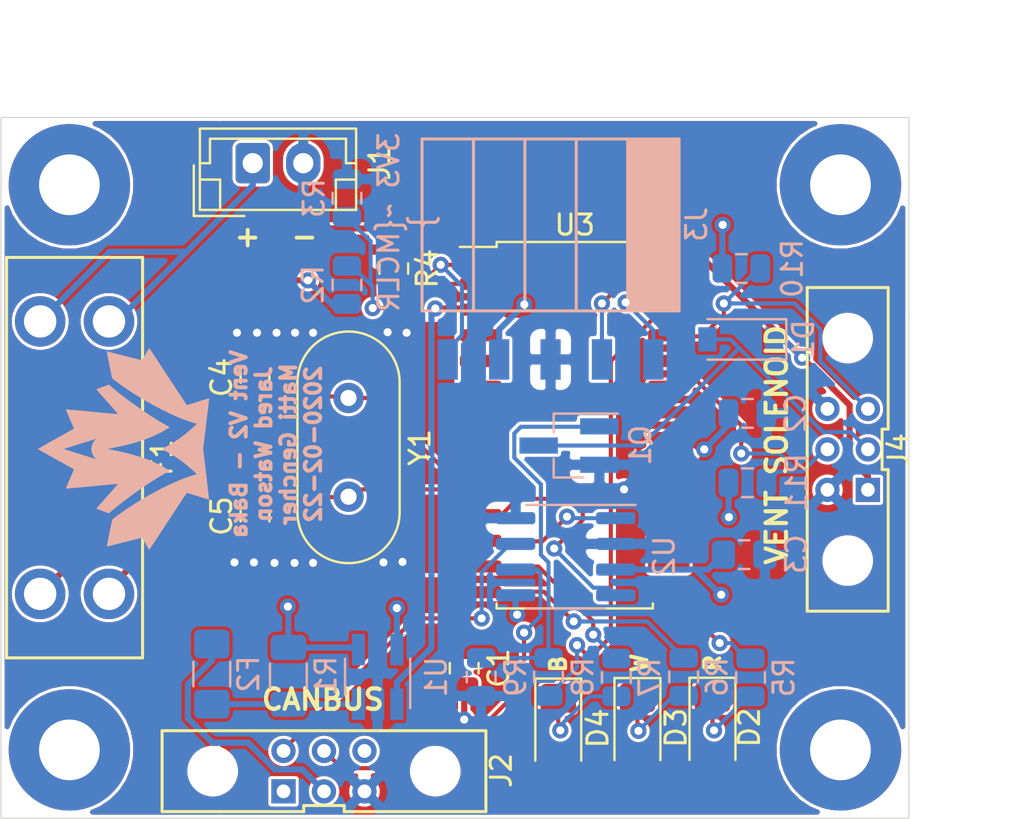
<source format=kicad_pcb>
(kicad_pcb (version 20171130) (host pcbnew "(5.1.4)-1")
  (layers (0 F.Cu signal) (31 B.Cu signal) (34 B.Paste user) (35 F.Paste user) (36 B.SilkS user) (37 F.SilkS user) (38 B.Mask user) (39 F.Mask user) (44 Edge.Cuts user))
  (net 0 "")
  (net 1 +5V)
  (net 2 GND)
  (net 3 /MCU/OSC1)
  (net 4 /MCU/OSC2)
  (net 5 "/Valve Control/RELAY-")
  (net 6 +12V)
  (net 7 "Net-(D2-Pad1)")
  (net 8 "Net-(D3-Pad1)")
  (net 9 "Net-(D4-Pad1)")
  (net 10 "Net-(F1-Pad2)")
  (net 11 "Net-(F2-Pad2)")
  (net 12 "Net-(F2-Pad1)")
  (net 13 CANH)
  (net 14 CANL)
  (net 15 "Net-(J2-Pad1)")
  (net 16 /MCU/~MCLR)
  (net 17 /MCU/ICSPDAT)
  (net 18 /MCU/ICSPCLK)
  (net 19 /MCU/LIMIT_CLOSE)
  (net 20 /MCU/LIMIT_OPEN)
  (net 21 "Net-(Q1-Pad1)")
  (net 22 /MCU/VBAT)
  (net 23 "Net-(R5-Pad2)")
  (net 24 "Net-(R6-Pad2)")
  (net 25 "Net-(R7-Pad2)")
  (net 26 /MCU/CURR_AMP)
  (net 27 /MCU/CAN_RX)
  (net 28 /MCU/CAN_TX)
  (net 29 /MCU/VALVE_CONTROL)
  (net 30 "Net-(U3-Pad23)")
  (net 31 "Net-(U3-Pad22)")
  (net 32 "Net-(U3-Pad21)")
  (net 33 "Net-(U3-Pad18)")
  (net 34 "Net-(U3-Pad17)")
  (net 35 "Net-(U3-Pad16)")
  (net 36 "Net-(U3-Pad7)")
  (net 37 "Net-(U3-Pad6)")
  (net 38 "Net-(U3-Pad5)")
  (net 39 "Net-(U3-Pad4)")
  (module MountingHole:MountingHole_3mm_Pad (layer F.Cu) (at 109.22 104.14)
    (fp_text reference REF**)
    (fp_text value MountingHole_3mm_Pad)
    (pad 1 thru_hole circle (at 0 0) (size 6 6) (drill 3) (layers *.Cu *.Mask))
  )
  (module Resistor_SMD:R_0805_2012Metric (layer B.Cu) (at 122.936 104.7981 90)
    (fp_text reference R3 (at -0.0023 -1.6256 270) (layer B.SilkS) (effects (justify mirror)))
    (fp_text value 10K)
    (pad 2 smd roundrect (at 0.9375 0 90) (size 0.975 1.4) (layers B.Cu B.Paste B.Mask) (net 2 GND))
    (pad 1 smd roundrect (at -0.9375 0 90) (size 0.975 1.4) (layers B.Cu B.Paste B.Mask) (net 22 /MCU/VBAT))
  )
  (module canhw_footprints:Fuseholder_36-3557-15-ND (layer F.Cu) (at 109.4758 117.6314 270)
    (fp_text reference F1 (at 0 -4.3162 90) (layer F.SilkS))
    (fp_text value 10A)
    (pad 2 thru_hole circle (at -6.735 1.7 270) (size 2.5 2.5) (drill 1.6) (layers *.Cu *.Mask) (net 10 "Net-(F1-Pad2)"))
    (pad 2 thru_hole circle (at -6.735 -1.7 270) (size 2.5 2.5) (drill 1.6) (layers *.Cu *.Mask) (net 10 "Net-(F1-Pad2)"))
    (pad 1 thru_hole circle (at 6.735 -1.7 270) (size 2.5 2.5) (drill 1.6) (layers *.Cu *.Mask) (net 6 +12V))
    (pad 1 thru_hole circle (at 6.735 1.7 270) (size 2.5 2.5) (drill 1.6) (layers *.Cu *.Mask) (net 6 +12V))
  )
  (module team_logo:Logo_SilkScreen_10mm (layer B.Cu) (at 111.887 117.1956 270)
    (fp_text reference G*** hide)
    (fp_text value LOGO hide)
  )
  (module Package_TO_SOT_SMD:SOT-23_Handsoldering (layer B.Cu) (at 133.9074 117.033 180)
    (fp_text reference Q1 (at -3.532 0.0152 270) (layer B.SilkS) (effects (justify mirror)))
    (fp_text value Q_NMOS_GSD)
    (pad 3 smd rect (at 1.5 0 180) (size 1.9 0.8) (layers B.Cu B.Paste B.Mask) (net 5 "/Valve Control/RELAY-"))
    (pad 2 smd rect (at -1.5 -0.95 180) (size 1.9 0.8) (layers B.Cu B.Paste B.Mask) (net 2 GND))
    (pad 1 smd rect (at -1.5 0.95 180) (size 1.9 0.8) (layers B.Cu B.Paste B.Mask) (net 21 "Net-(Q1-Pad1)"))
  )
  (module MountingHole:MountingHole_3mm_Pad (layer F.Cu) (at 147.32 104.14)
    (fp_text reference REF**)
    (fp_text value MountingHole_3mm_Pad)
    (pad 1 thru_hole circle (at 0 0) (size 6 6) (drill 3) (layers *.Cu *.Mask))
  )
  (module MountingHole:MountingHole_3mm_Pad (layer F.Cu) (at 147.32 132.08)
    (fp_text reference REF**)
    (fp_text value MountingHole_3mm_Pad)
    (pad 1 thru_hole circle (at 0 0) (size 6 6) (drill 3) (layers *.Cu *.Mask))
  )
  (module MountingHole:MountingHole_3mm_Pad (layer F.Cu) (at 109.22 132.08)
    (fp_text reference REF**)
    (fp_text value MountingHole_3mm_Pad)
    (pad 1 thru_hole circle (at 0 0) (size 6 6) (drill 3) (layers *.Cu *.Mask))
  )
  (module Crystal:Crystal_HC49-4H_Vertical (layer F.Cu) (at 123.0122 114.681 270)
    (fp_text reference Y1 (at 2.44 -3.525 90) (layer F.SilkS))
    (fp_text value Crystal)
    (pad 2 thru_hole circle (at 4.88 0 270) (size 1.5 1.5) (drill 0.8) (layers *.Cu *.Mask) (net 4 /MCU/OSC2))
    (pad 1 thru_hole circle (at 0 0 270) (size 1.5 1.5) (drill 0.8) (layers *.Cu *.Mask) (net 3 /MCU/OSC1))
  )
  (module Package_SO:SOIC-28W_7.5x17.9mm_P1.27mm (layer F.Cu) (at 134.19 116.0272)
    (fp_text reference U3 (at 0 -9.9) (layer F.SilkS))
    (fp_text value PIC18F26K83)
    (pad 28 smd roundrect (at 4.65 -8.255) (size 2.05 0.6) (layers F.Cu F.Paste F.Mask) (net 17 /MCU/ICSPDAT))
    (pad 27 smd roundrect (at 4.65 -6.985) (size 2.05 0.6) (layers F.Cu F.Paste F.Mask) (net 18 /MCU/ICSPCLK))
    (pad 26 smd roundrect (at 4.65 -5.715) (size 2.05 0.6) (layers F.Cu F.Paste F.Mask) (net 29 /MCU/VALVE_CONTROL))
    (pad 25 smd roundrect (at 4.65 -4.445) (size 2.05 0.6) (layers F.Cu F.Paste F.Mask) (net 20 /MCU/LIMIT_OPEN))
    (pad 24 smd roundrect (at 4.65 -3.175) (size 2.05 0.6) (layers F.Cu F.Paste F.Mask) (net 19 /MCU/LIMIT_CLOSE))
    (pad 23 smd roundrect (at 4.65 -1.905) (size 2.05 0.6) (layers F.Cu F.Paste F.Mask) (net 30 "Net-(U3-Pad23)"))
    (pad 22 smd roundrect (at 4.65 -0.635) (size 2.05 0.6) (layers F.Cu F.Paste F.Mask) (net 31 "Net-(U3-Pad22)"))
    (pad 21 smd roundrect (at 4.65 0.635) (size 2.05 0.6) (layers F.Cu F.Paste F.Mask) (net 32 "Net-(U3-Pad21)"))
    (pad 20 smd roundrect (at 4.65 1.905) (size 2.05 0.6) (layers F.Cu F.Paste F.Mask) (net 1 +5V))
    (pad 19 smd roundrect (at 4.65 3.175) (size 2.05 0.6) (layers F.Cu F.Paste F.Mask) (net 2 GND))
    (pad 18 smd roundrect (at 4.65 4.445) (size 2.05 0.6) (layers F.Cu F.Paste F.Mask) (net 33 "Net-(U3-Pad18)"))
    (pad 17 smd roundrect (at 4.65 5.715) (size 2.05 0.6) (layers F.Cu F.Paste F.Mask) (net 34 "Net-(U3-Pad17)"))
    (pad 16 smd roundrect (at 4.65 6.985) (size 2.05 0.6) (layers F.Cu F.Paste F.Mask) (net 35 "Net-(U3-Pad16)"))
    (pad 15 smd roundrect (at 4.65 8.255) (size 2.05 0.6) (layers F.Cu F.Paste F.Mask) (net 23 "Net-(R5-Pad2)"))
    (pad 14 smd roundrect (at -4.65 8.255) (size 2.05 0.6) (layers F.Cu F.Paste F.Mask) (net 24 "Net-(R6-Pad2)"))
    (pad 13 smd roundrect (at -4.65 6.985) (size 2.05 0.6) (layers F.Cu F.Paste F.Mask) (net 25 "Net-(R7-Pad2)"))
    (pad 12 smd roundrect (at -4.65 5.715) (size 2.05 0.6) (layers F.Cu F.Paste F.Mask) (net 28 /MCU/CAN_TX))
    (pad 11 smd roundrect (at -4.65 4.445) (size 2.05 0.6) (layers F.Cu F.Paste F.Mask) (net 27 /MCU/CAN_RX))
    (pad 10 smd roundrect (at -4.65 3.175) (size 2.05 0.6) (layers F.Cu F.Paste F.Mask) (net 4 /MCU/OSC2))
    (pad 9 smd roundrect (at -4.65 1.905) (size 2.05 0.6) (layers F.Cu F.Paste F.Mask) (net 3 /MCU/OSC1))
    (pad 8 smd roundrect (at -4.65 0.635) (size 2.05 0.6) (layers F.Cu F.Paste F.Mask) (net 2 GND))
    (pad 7 smd roundrect (at -4.65 -0.635) (size 2.05 0.6) (layers F.Cu F.Paste F.Mask) (net 36 "Net-(U3-Pad7)"))
    (pad 6 smd roundrect (at -4.65 -1.905) (size 2.05 0.6) (layers F.Cu F.Paste F.Mask) (net 37 "Net-(U3-Pad6)"))
    (pad 5 smd roundrect (at -4.65 -3.175) (size 2.05 0.6) (layers F.Cu F.Paste F.Mask) (net 38 "Net-(U3-Pad5)"))
    (pad 4 smd roundrect (at -4.65 -4.445) (size 2.05 0.6) (layers F.Cu F.Paste F.Mask) (net 39 "Net-(U3-Pad4)"))
    (pad 3 smd roundrect (at -4.65 -5.715) (size 2.05 0.6) (layers F.Cu F.Paste F.Mask) (net 26 /MCU/CURR_AMP))
    (pad 2 smd roundrect (at -4.65 -6.985) (size 2.05 0.6) (layers F.Cu F.Paste F.Mask) (net 22 /MCU/VBAT))
    (pad 1 smd roundrect (at -4.65 -8.255) (size 2.05 0.6) (layers F.Cu F.Paste F.Mask) (net 16 /MCU/~MCLR))
  )
  (module Package_SO:SOIC-8_3.9x4.9mm_P1.27mm (layer B.Cu) (at 133.7422 122.5296 180)
    (fp_text reference U2 (at -4.8656 0.0254 90) (layer B.SilkS) (effects (justify mirror)))
    (fp_text value MCP2562)
    (pad 8 smd roundrect (at 2.475 1.905 180) (size 1.95 0.6) (layers B.Cu B.Paste B.Mask) (net 2 GND))
    (pad 7 smd roundrect (at 2.475 0.635 180) (size 1.95 0.6) (layers B.Cu B.Paste B.Mask) (net 13 CANH))
    (pad 6 smd roundrect (at 2.475 -0.635 180) (size 1.95 0.6) (layers B.Cu B.Paste B.Mask) (net 14 CANL))
    (pad 5 smd roundrect (at 2.475 -1.905 180) (size 1.95 0.6) (layers B.Cu B.Paste B.Mask) (net 1 +5V))
    (pad 4 smd roundrect (at -2.475 -1.905 180) (size 1.95 0.6) (layers B.Cu B.Paste B.Mask) (net 27 /MCU/CAN_RX))
    (pad 3 smd roundrect (at -2.475 -0.635 180) (size 1.95 0.6) (layers B.Cu B.Paste B.Mask) (net 1 +5V))
    (pad 2 smd roundrect (at -2.475 0.635 180) (size 1.95 0.6) (layers B.Cu B.Paste B.Mask) (net 2 GND))
    (pad 1 smd roundrect (at -2.475 1.905 180) (size 1.95 0.6) (layers B.Cu B.Paste B.Mask) (net 28 /MCU/CAN_TX))
  )
  (module Package_TO_SOT_SMD:SOT-23-5_HandSoldering (layer B.Cu) (at 124.4498 128.4694 90)
    (fp_text reference U1 (at 0 2.9 270) (layer B.SilkS) (effects (justify mirror)))
    (fp_text value INA180)
    (pad 5 smd rect (at 1.35 0.95 90) (size 1.56 0.65) (layers B.Cu B.Paste B.Mask) (net 1 +5V))
    (pad 4 smd rect (at 1.35 -0.95 90) (size 1.56 0.65) (layers B.Cu B.Paste B.Mask) (net 1 +5V))
    (pad 3 smd rect (at -1.35 -0.95 90) (size 1.56 0.65) (layers B.Cu B.Paste B.Mask) (net 12 "Net-(F2-Pad1)"))
    (pad 2 smd rect (at -1.35 0 90) (size 1.56 0.65) (layers B.Cu B.Paste B.Mask) (net 2 GND))
    (pad 1 smd rect (at -1.35 0.95 90) (size 1.56 0.65) (layers B.Cu B.Paste B.Mask) (net 26 /MCU/CURR_AMP))
  )
  (module Resistor_SMD:R_0805_2012Metric (layer B.Cu) (at 142.7249 118.872)
    (fp_text reference R11 (at 2.4361 0 90) (layer B.SilkS) (effects (justify mirror)))
    (fp_text value 10K)
    (pad 2 smd roundrect (at 0.9375 0) (size 0.975 1.4) (layers B.Cu B.Paste B.Mask) (net 19 /MCU/LIMIT_CLOSE))
    (pad 1 smd roundrect (at -0.9375 0) (size 0.975 1.4) (layers B.Cu B.Paste B.Mask) (net 1 +5V))
  )
  (module Resistor_SMD:R_0805_2012Metric (layer B.Cu) (at 142.4201 108.2802)
    (fp_text reference R10 (at 2.5146 0 90) (layer B.SilkS) (effects (justify mirror)))
    (fp_text value 10K)
    (pad 2 smd roundrect (at 0.9375 0) (size 0.975 1.4) (layers B.Cu B.Paste B.Mask) (net 20 /MCU/LIMIT_OPEN))
    (pad 1 smd roundrect (at -0.9375 0) (size 0.975 1.4) (layers B.Cu B.Paste B.Mask) (net 1 +5V))
  )
  (module Resistor_SMD:R_0805_2012Metric (layer B.Cu) (at 129.5654 128.4755 270)
    (fp_text reference R9 (at 0.0023 -1.7018 90) (layer B.SilkS) (effects (justify mirror)))
    (fp_text value 10K)
    (pad 2 smd roundrect (at 0.9375 0 270) (size 0.975 1.4) (layers B.Cu B.Paste B.Mask) (net 2 GND))
    (pad 1 smd roundrect (at -0.9375 0 270) (size 0.975 1.4) (layers B.Cu B.Paste B.Mask) (net 21 "Net-(Q1-Pad1)"))
  )
  (module Resistor_SMD:R_0805_2012Metric (layer B.Cu) (at 132.8928 128.4755 270)
    (fp_text reference R8 (at 0 -1.7018 90) (layer B.SilkS) (effects (justify mirror)))
    (fp_text value 270R)
    (pad 2 smd roundrect (at 0.9375 0 270) (size 0.975 1.4) (layers B.Cu B.Paste B.Mask) (net 29 /MCU/VALVE_CONTROL))
    (pad 1 smd roundrect (at -0.9375 0 270) (size 0.975 1.4) (layers B.Cu B.Paste B.Mask) (net 21 "Net-(Q1-Pad1)"))
  )
  (module Resistor_SMD:R_0805_2012Metric (layer B.Cu) (at 136.2456 128.4986 90)
    (fp_text reference R7 (at 0 1.65 270) (layer B.SilkS) (effects (justify mirror)))
    (fp_text value 330R)
    (pad 2 smd roundrect (at 0.9375 0 90) (size 0.975 1.4) (layers B.Cu B.Paste B.Mask) (net 25 "Net-(R7-Pad2)"))
    (pad 1 smd roundrect (at -0.9375 0 90) (size 0.975 1.4) (layers B.Cu B.Paste B.Mask) (net 9 "Net-(D4-Pad1)"))
  )
  (module Resistor_SMD:R_0805_2012Metric (layer B.Cu) (at 139.573 128.4732 90)
    (fp_text reference R6 (at 0 1.65 270) (layer B.SilkS) (effects (justify mirror)))
    (fp_text value 330R)
    (pad 2 smd roundrect (at 0.9375 0 90) (size 0.975 1.4) (layers B.Cu B.Paste B.Mask) (net 24 "Net-(R6-Pad2)"))
    (pad 1 smd roundrect (at -0.9375 0 90) (size 0.975 1.4) (layers B.Cu B.Paste B.Mask) (net 8 "Net-(D3-Pad1)"))
  )
  (module Resistor_SMD:R_0805_2012Metric (layer B.Cu) (at 142.875 128.4963 90)
    (fp_text reference R5 (at 0 1.65 270) (layer B.SilkS) (effects (justify mirror)))
    (fp_text value 330R)
    (pad 2 smd roundrect (at 0.9375 0 90) (size 0.975 1.4) (layers B.Cu B.Paste B.Mask) (net 23 "Net-(R5-Pad2)"))
    (pad 1 smd roundrect (at -0.9375 0 90) (size 0.975 1.4) (layers B.Cu B.Paste B.Mask) (net 7 "Net-(D2-Pad1)"))
  )
  (module Resistor_SMD:R_0805_2012Metric (layer F.Cu) (at 125.2474 108.2825 270)
    (fp_text reference R4 (at 0 -1.65 90) (layer F.SilkS))
    (fp_text value 10K)
    (pad 1 smd roundrect (at -0.9375 0 270) (size 0.975 1.4) (layers F.Cu F.Paste F.Mask) (net 1 +5V))
    (pad 2 smd roundrect (at 0.9375 0 270) (size 0.975 1.4) (layers F.Cu F.Paste F.Mask) (net 16 /MCU/~MCLR))
  )
  (module Resistor_SMD:R_0805_2012Metric (layer B.Cu) (at 122.936 109.0907 90)
    (fp_text reference R2 (at -0.0023 -1.6764 90) (layer B.SilkS) (effects (justify mirror)))
    (fp_text value 27K)
    (pad 2 smd roundrect (at 0.9375 0 90) (size 0.975 1.4) (layers B.Cu B.Paste B.Mask) (net 22 /MCU/VBAT))
    (pad 1 smd roundrect (at -0.9375 0 90) (size 0.975 1.4) (layers B.Cu B.Paste B.Mask) (net 6 +12V))
  )
  (module Resistor_SMD:R_1206_3216Metric (layer B.Cu) (at 120.0404 128.4194 270)
    (fp_text reference R1 (at -0.003 -1.8542 90) (layer B.SilkS) (effects (justify mirror)))
    (fp_text value 200mR)
    (pad 2 smd roundrect (at 1.4 0 270) (size 1.25 1.75) (layers B.Cu B.Paste B.Mask) (roundrect_rratio 0.2) (net 12 "Net-(F2-Pad1)"))
    (pad 1 smd roundrect (at -1.4 0 270) (size 1.25 1.75) (layers B.Cu B.Paste B.Mask) (roundrect_rratio 0.2) (net 1 +5V))
  )
  (module canhw_footprints:connector_Harwin_M80-5000642 (layer F.Cu) (at 147.6756 117.221 90)
    (fp_text reference J4 (at -0.0508 2.5146 90) (layer F.SilkS))
    (fp_text value "Valve Connection")
    (pad "" np_thru_hole circle (at -5.5 0 90) (size 2.2 2.2) (drill 2.2) (layers *.Cu *.Mask))
    (pad "" np_thru_hole circle (at 5.5 0 90) (size 2.2 2.2) (drill 2.2) (layers *.Cu *.Mask))
    (pad 4 thru_hole circle (at -2 -1 90) (size 1.2 1.2) (drill 0.68) (layers *.Cu *.Mask) (net 2 GND))
    (pad 5 thru_hole circle (at 0 -1 90) (size 1.2 1.2) (drill 0.68) (layers *.Cu *.Mask) (net 19 /MCU/LIMIT_CLOSE))
    (pad 6 thru_hole circle (at 2 -1 90) (size 1.2 1.2) (drill 0.68) (layers *.Cu *.Mask) (net 2 GND))
    (pad 3 thru_hole circle (at 2 1 90) (size 1.2 1.2) (drill 0.68) (layers *.Cu *.Mask) (net 20 /MCU/LIMIT_OPEN))
    (pad 1 thru_hole rect (at -2 1 90) (size 1.2 1.2) (drill 0.68) (layers *.Cu *.Mask) (net 6 +12V))
    (pad 2 thru_hole circle (at 0 1 90) (size 1.2 1.2) (drill 0.68) (layers *.Cu *.Mask) (net 5 "/Valve Control/RELAY-"))
  )
  (module canhw_footprints:PinHeader_5x2.54_SMD_90deg_952-3198-1-ND (layer B.Cu) (at 138.0744 112.776 180)
    (fp_text reference J3 (at -2.1336 6.6802 90) (layer B.SilkS) (effects (justify mirror)))
    (fp_text value "Programming Header")
    (pad 5 smd rect (at 10.16 0 180) (size 1 2) (layers B.Cu B.Paste B.Mask) (net 16 /MCU/~MCLR))
    (pad 4 smd rect (at 7.62 0 180) (size 1 2) (layers B.Cu B.Paste B.Mask) (net 1 +5V))
    (pad 3 smd rect (at 5.08 0 180) (size 1 2) (layers B.Cu B.Paste B.Mask) (net 2 GND))
    (pad 2 smd rect (at 2.54 0 180) (size 1 2) (layers B.Cu B.Paste B.Mask) (net 17 /MCU/ICSPDAT))
    (pad 1 smd rect (at 0 0 180) (size 1 2) (layers B.Cu B.Paste B.Mask) (net 18 /MCU/ICSPCLK))
  )
  (module canhw_footprints:connector_Harwin_M80-5000642 (layer F.Cu) (at 121.7996 133.1308)
    (fp_text reference J2 (at 8.7564 -0.0348 90) (layer F.SilkS))
    (fp_text value "CAN Connector")
    (pad "" np_thru_hole circle (at -5.5 0) (size 2.2 2.2) (drill 2.2) (layers *.Cu *.Mask))
    (pad "" np_thru_hole circle (at 5.5 0) (size 2.2 2.2) (drill 2.2) (layers *.Cu *.Mask))
    (pad 4 thru_hole circle (at -2 -1) (size 1.2 1.2) (drill 0.68) (layers *.Cu *.Mask) (net 13 CANH))
    (pad 5 thru_hole circle (at 0 -1) (size 1.2 1.2) (drill 0.68) (layers *.Cu *.Mask) (net 14 CANL))
    (pad 6 thru_hole circle (at 2 -1) (size 1.2 1.2) (drill 0.68) (layers *.Cu *.Mask))
    (pad 3 thru_hole circle (at 2 1) (size 1.2 1.2) (drill 0.68) (layers *.Cu *.Mask) (net 2 GND))
    (pad 1 thru_hole rect (at -2 1) (size 1.2 1.2) (drill 0.68) (layers *.Cu *.Mask) (net 15 "Net-(J2-Pad1)"))
    (pad 2 thru_hole circle (at 0 1) (size 1.2 1.2) (drill 0.68) (layers *.Cu *.Mask) (net 11 "Net-(F2-Pad2)"))
  )
  (module Connector_JST:JST_EH_B2B-EH-A_1x02_P2.50mm_Vertical (layer F.Cu) (at 118.277 103.0732)
    (fp_text reference J1 (at 6.2738 0 90) (layer F.SilkS))
    (fp_text value "Valve Control")
    (pad 2 thru_hole oval (at 2.5 0) (size 1.7 2) (drill 1) (layers *.Cu *.Mask) (net 2 GND))
    (pad 1 thru_hole roundrect (at 0 0) (size 1.7 2) (drill 1) (layers *.Cu *.Mask) (roundrect_rratio 0.147059) (net 10 "Net-(F1-Pad2)"))
  )
  (module Fuse:Fuse_1206_3216Metric_Pad1.42x1.75mm_HandSolder (layer B.Cu) (at 116.2558 128.3319 90)
    (fp_text reference F2 (at 0 1.82 270) (layer B.SilkS) (effects (justify mirror)))
    (fp_text value Polyfuse)
    (pad 2 smd roundrect (at 1.4875 0 90) (size 1.425 1.75) (layers B.Cu B.Paste B.Mask) (roundrect_rratio 0.175439) (net 11 "Net-(F2-Pad2)"))
    (pad 1 smd roundrect (at -1.4875 0 90) (size 1.425 1.75) (layers B.Cu B.Paste B.Mask) (roundrect_rratio 0.175439) (net 12 "Net-(F2-Pad1)"))
  )
  (module LED_SMD:LED_1206_3216Metric_Pad1.42x1.75mm_HandSolder (layer F.Cu) (at 133.3754 131.0132 270)
    (fp_text reference D4 (at 0 -1.9558 90) (layer F.SilkS))
    (fp_text value Blue)
    (pad 2 smd roundrect (at 1.4875 0 270) (size 1.425 1.75) (layers F.Cu F.Paste F.Mask) (roundrect_rratio 0.175439) (net 1 +5V))
    (pad 1 smd roundrect (at -1.4875 0 270) (size 1.425 1.75) (layers F.Cu F.Paste F.Mask) (roundrect_rratio 0.175439) (net 9 "Net-(D4-Pad1)"))
  )
  (module LED_SMD:LED_1206_3216Metric_Pad1.42x1.75mm_HandSolder (layer F.Cu) (at 137.287 130.9878 270)
    (fp_text reference D3 (at 0 -1.905 90) (layer F.SilkS))
    (fp_text value White)
    (pad 2 smd roundrect (at 1.4875 0 270) (size 1.425 1.75) (layers F.Cu F.Paste F.Mask) (roundrect_rratio 0.175439) (net 1 +5V))
    (pad 1 smd roundrect (at -1.4875 0 270) (size 1.425 1.75) (layers F.Cu F.Paste F.Mask) (roundrect_rratio 0.175439) (net 8 "Net-(D3-Pad1)"))
  )
  (module LED_SMD:LED_1206_3216Metric_Pad1.42x1.75mm_HandSolder (layer F.Cu) (at 140.9954 130.9735 270)
    (fp_text reference D2 (at 0 -1.82 90) (layer F.SilkS))
    (fp_text value Red)
    (pad 2 smd roundrect (at 1.4875 0 270) (size 1.425 1.75) (layers F.Cu F.Paste F.Mask) (roundrect_rratio 0.175439) (net 1 +5V))
    (pad 1 smd roundrect (at -1.4875 0 270) (size 1.425 1.75) (layers F.Cu F.Paste F.Mask) (roundrect_rratio 0.175439) (net 7 "Net-(D2-Pad1)"))
  )
  (module Diode_SMD:D_SOD-123 (layer B.Cu) (at 142.3934 111.7854 180)
    (fp_text reference D1 (at -3.0978 0 90) (layer B.SilkS) (effects (justify mirror)))
    (fp_text value BAS16GWJ)
    (pad 1 smd rect (at -1.65 0 180) (size 0.9 1.2) (layers B.Cu B.Paste B.Mask) (net 6 +12V))
    (pad 2 smd rect (at 1.65 0 180) (size 0.9 1.2) (layers B.Cu B.Paste B.Mask) (net 5 "/Valve Control/RELAY-"))
  )
  (module Capacitor_SMD:C_0805_2012Metric (layer F.Cu) (at 118.3894 120.5207 90)
    (fp_text reference C5 (at 0 -1.65 90) (layer F.SilkS))
    (fp_text value 26pF)
    (pad 1 smd roundrect (at -0.9375 0 90) (size 0.975 1.4) (layers F.Cu F.Paste F.Mask) (net 2 GND))
    (pad 2 smd roundrect (at 0.9375 0 90) (size 0.975 1.4) (layers F.Cu F.Paste F.Mask) (net 4 /MCU/OSC2))
  )
  (module Capacitor_SMD:C_0805_2012Metric (layer F.Cu) (at 118.3894 113.6673 90)
    (fp_text reference C4 (at 0 -1.65 90) (layer F.SilkS))
    (fp_text value 26pF)
    (pad 2 smd roundrect (at 0.9375 0 90) (size 0.975 1.4) (layers F.Cu F.Paste F.Mask) (net 2 GND))
    (pad 1 smd roundrect (at -0.9375 0 90) (size 0.975 1.4) (layers F.Cu F.Paste F.Mask) (net 3 /MCU/OSC1))
  )
  (module Capacitor_SMD:C_0805_2012Metric_Pad1.15x1.40mm_HandSolder (layer B.Cu) (at 142.5612 122.428)
    (fp_text reference C3 (at 2.5818 -0.0254 90) (layer B.SilkS) (effects (justify mirror)))
    (fp_text value 10uF)
    (pad 2 smd roundrect (at 1.025 0) (size 1.15 1.4) (layers B.Cu B.Paste B.Mask) (roundrect_rratio 0.217391) (net 2 GND))
    (pad 1 smd roundrect (at -1.025 0) (size 1.15 1.4) (layers B.Cu B.Paste B.Mask) (roundrect_rratio 0.217391) (net 1 +5V))
  )
  (module Capacitor_SMD:C_0805_2012Metric (layer B.Cu) (at 142.7249 115.443 180)
    (fp_text reference C2 (at -2.3853 0 90) (layer B.SilkS) (effects (justify mirror)))
    (fp_text value 0.1uF)
    (pad 2 smd roundrect (at 0.9375 0 180) (size 0.975 1.4) (layers B.Cu B.Paste B.Mask) (net 1 +5V))
    (pad 1 smd roundrect (at -0.9375 0 180) (size 0.975 1.4) (layers B.Cu B.Paste B.Mask) (net 2 GND))
  )
  (module Capacitor_SMD:C_0805_2012Metric (layer F.Cu) (at 128.7272 128.0391 90)
    (fp_text reference C1 (at 0.0023 1.7018 90) (layer F.SilkS))
    (fp_text value 0.1uF)
    (pad 2 smd roundrect (at 0.9375 0 90) (size 0.975 1.4) (layers F.Cu F.Paste F.Mask) (net 1 +5V))
    (pad 1 smd roundrect (at -0.9375 0 90) (size 0.975 1.4) (layers F.Cu F.Paste F.Mask) (net 2 GND))
  )
  (gr_text "VENT SOLENOID" (at 144.1704 116.9924 90) (layer F.SilkS) (effects (font (size 1.016 1.016) (thickness 0.2032))))
  (gr_text CANBUS (at 121.7422 129.5908) (layer F.SilkS) (effects (font (size 1.016 1.016) (thickness 0.2032))))
  (gr_text "+  -" (at 119.4308 106.68) (layer F.SilkS) (effects (font (size 1.016 1.016) (thickness 0.1905))))
  (gr_text B (at 133.3754 127.8382 90) (layer F.SilkS) (effects (font (size 0.762 0.762) (thickness 0.1905))))
  (gr_text W (at 137.3886 127.7874 90) (layer F.SilkS) (effects (font (size 0.762 0.762) (thickness 0.1905))))
  (gr_text R (at 140.9954 127.7874 90) (layer F.SilkS) (effects (font (size 0.762 0.762) (thickness 0.1905))))
  (gr_line (start 105.8418 100.838) (end 105.8418 100.8126) (layer Edge.Cuts) (width 0.05))
  (gr_line (start 150.6982 100.838) (end 150.6982 100.8126) (layer Edge.Cuts) (width 0.05))
  (gr_text "3V3 ~MCLR\n" (at 125.8062 105.9942 90) (layer B.SilkS) (effects (font (size 1 1)) (justify mirror)))
  (gr_text "Vent V2 - Baka\nJared Watson\nMatti Gencher\n2020-02-22" (at 119.4308 116.967 90) (layer B.SilkS) (effects (font (size 0.762 0.762) (thickness 0.1905)) (justify mirror)))
  (gr_line (start 150.6982 100.8126) (end 105.8418 100.8126) (layer Edge.Cuts) (width 0.05))
  (gr_line (start 150.6982 135.382) (end 150.6982 135.4582) (layer Edge.Cuts) (width 0.05))
  (gr_line (start 105.8418 135.382) (end 105.8418 135.4582) (layer Edge.Cuts) (width 0.05))
  (gr_line (start 105.8418 100.838) (end 105.8418 100.9396) (layer Edge.Cuts) (width 0.05))
  (gr_line (start 105.8418 135.382) (end 105.8418 100.9396) (layer Edge.Cuts) (width 0.05))
  (gr_line (start 150.6982 135.4582) (end 105.8418 135.4582) (layer Edge.Cuts) (width 0.05))
  (gr_line (start 150.6982 100.838) (end 150.6982 135.382) (layer Edge.Cuts) (width 0.05))
  (via (at 141.5034 106.1212) (size 0.8) (drill 0.4) (layers F.Cu B.Cu) (net 1))
  (segment (start 141.4826 108.2802) (end 141.4826 106.142) (width 0.3048) (layer B.Cu) (net 1))
  (segment (start 141.4826 106.142) (end 141.5034 106.1212) (width 0.3048) (layer B.Cu) (net 1))
  (via (at 141.8082 120.5738) (size 0.8) (drill 0.4) (layers F.Cu B.Cu) (net 1))
  (segment (start 141.7874 118.872) (end 141.7874 120.553) (width 0.3048) (layer B.Cu) (net 1))
  (segment (start 141.7874 120.553) (end 141.8082 120.5738) (width 0.3048) (layer B.Cu) (net 1))
  (via (at 131.699 110.0582) (size 0.8) (drill 0.4) (layers F.Cu B.Cu) (net 1))
  (segment (start 130.4544 112.776) (end 130.4544 111.3028) (width 0.3048) (layer B.Cu) (net 1))
  (segment (start 130.4544 111.3028) (end 131.699 110.0582) (width 0.3048) (layer B.Cu) (net 1))
  (segment (start 131.2672 124.4346) (end 131.2672 125.317463) (width 0.3048) (layer B.Cu) (net 1))
  (via (at 131.342397 125.39266) (size 0.8) (drill 0.4) (layers F.Cu B.Cu) (net 1))
  (segment (start 131.2672 125.317463) (end 131.342397 125.39266) (width 0.3048) (layer B.Cu) (net 1))
  (segment (start 136.2172 123.1646) (end 136.4742 123.1646) (width 0.3048) (layer B.Cu) (net 1))
  (via (at 141.4272 124.4092) (size 0.8) (drill 0.4) (layers F.Cu B.Cu) (net 1))
  (segment (start 141.4018 124.4092) (end 141.4272 124.4092) (width 0.3048) (layer B.Cu) (net 1))
  (segment (start 140.6144 123.6218) (end 141.4018 124.4092) (width 0.3048) (layer B.Cu) (net 1))
  (segment (start 140.1572 123.1646) (end 140.6144 123.6218) (width 0.3048) (layer B.Cu) (net 1))
  (via (at 140.589 117.221) (size 0.8) (drill 0.4) (layers F.Cu B.Cu) (net 1))
  (segment (start 141.7874 115.443) (end 141.7874 116.0226) (width 0.3048) (layer B.Cu) (net 1))
  (segment (start 141.7874 116.0226) (end 140.589 117.221) (width 0.3048) (layer B.Cu) (net 1))
  (via (at 120.015 124.9934) (size 0.8) (drill 0.4) (layers F.Cu B.Cu) (net 1))
  (segment (start 120.0404 127.0194) (end 120.0404 125.0188) (width 0.3048) (layer B.Cu) (net 1))
  (segment (start 120.0404 125.0188) (end 120.015 124.9934) (width 0.3048) (layer B.Cu) (net 1))
  (via (at 125.3998 125.0696) (size 0.8) (drill 0.4) (layers F.Cu B.Cu) (net 1))
  (segment (start 125.3998 127.1194) (end 125.3998 125.0696) (width 0.3048) (layer B.Cu) (net 1))
  (segment (start 120.0404 127.0194) (end 123.5396 127.0194) (width 0.3048) (layer B.Cu) (net 1))
  (segment (start 139.9794 123.1646) (end 140.7668 123.1646) (width 0.3048) (layer B.Cu) (net 1))
  (segment (start 139.9794 123.1646) (end 140.1572 123.1646) (width 0.3048) (layer B.Cu) (net 1))
  (segment (start 136.4742 123.1646) (end 139.9794 123.1646) (width 0.3048) (layer B.Cu) (net 1))
  (segment (start 140.7668 123.1646) (end 141.6304 122.301) (width 0.3048) (layer B.Cu) (net 1))
  (via (at 136.6266 119.2022) (size 0.8) (drill 0.4) (layers F.Cu B.Cu) (net 2))
  (segment (start 138.84 119.2022) (end 136.6266 119.2022) (width 0.3048) (layer F.Cu) (net 2))
  (via (at 119.4562 111.4552) (size 0.8) (drill 0.4) (layers F.Cu B.Cu) (net 2))
  (via (at 118.491 111.4552) (size 0.8) (drill 0.4) (layers F.Cu B.Cu) (net 2))
  (via (at 117.5004 111.4552) (size 0.8) (drill 0.4) (layers F.Cu B.Cu) (net 2))
  (via (at 117.3734 122.809) (size 0.8) (drill 0.4) (layers F.Cu B.Cu) (net 2))
  (via (at 118.3386 122.809) (size 0.8) (drill 0.4) (layers F.Cu B.Cu) (net 2))
  (via (at 119.3546 122.8344) (size 0.8) (drill 0.4) (layers F.Cu B.Cu) (net 2))
  (via (at 120.3452 122.8344) (size 0.8) (drill 0.4) (layers F.Cu B.Cu) (net 2))
  (via (at 121.2596 122.8344) (size 0.8) (drill 0.4) (layers F.Cu B.Cu) (net 2))
  (via (at 124.7394 122.809) (size 0.8) (drill 0.4) (layers F.Cu B.Cu) (net 2))
  (via (at 125.6792 122.7836) (size 0.8) (drill 0.4) (layers F.Cu B.Cu) (net 2))
  (via (at 120.3706 111.4552) (size 0.8) (drill 0.4) (layers F.Cu B.Cu) (net 2))
  (via (at 121.2596 111.4552) (size 0.8) (drill 0.4) (layers F.Cu B.Cu) (net 2))
  (via (at 124.9426 111.4298) (size 0.8) (drill 0.4) (layers F.Cu B.Cu) (net 2))
  (via (at 125.8824 111.4552) (size 0.8) (drill 0.4) (layers F.Cu B.Cu) (net 2))
  (segment (start 128.7272 128.9766) (end 128.7272 130.581396) (width 0.3048) (layer F.Cu) (net 2))
  (via (at 128.727204 130.5814) (size 0.8) (drill 0.4) (layers F.Cu B.Cu) (net 2))
  (segment (start 128.7272 130.581396) (end 128.727204 130.5814) (width 0.3048) (layer F.Cu) (net 2))
  (segment (start 118.3894 114.6048) (end 123.4186 114.6048) (width 0.2032) (layer F.Cu) (net 3))
  (segment (start 123.0122 114.681) (end 124.206 114.681) (width 0.2032) (layer F.Cu) (net 3))
  (segment (start 124.206 114.681) (end 127.4572 117.9322) (width 0.2032) (layer F.Cu) (net 3))
  (segment (start 127.4572 117.9322) (end 129.8956 117.9322) (width 0.2032) (layer F.Cu) (net 3))
  (segment (start 118.3894 119.5832) (end 123.3932 119.5832) (width 0.2032) (layer F.Cu) (net 4))
  (segment (start 129.54 119.2022) (end 123.3932 119.2022) (width 0.2032) (layer F.Cu) (net 4))
  (segment (start 148.6756 117.221) (end 147.821599 116.366999) (width 0.2032) (layer B.Cu) (net 5))
  (segment (start 146.460799 116.366999) (end 146.523001 116.366999) (width 0.2032) (layer B.Cu) (net 5))
  (segment (start 147.821599 116.366999) (end 146.523001 116.366999) (width 0.2032) (layer B.Cu) (net 5))
  (segment (start 142.298178 112.2325) (end 142.3263 112.2325) (width 0.2032) (layer B.Cu) (net 5))
  (segment (start 137.497678 117.033) (end 142.298178 112.2325) (width 0.2032) (layer B.Cu) (net 5))
  (segment (start 132.4074 117.033) (end 137.497678 117.033) (width 0.2032) (layer B.Cu) (net 5))
  (segment (start 141.8792 111.7854) (end 142.3263 112.2325) (width 0.2032) (layer B.Cu) (net 5))
  (segment (start 142.3263 112.2325) (end 146.460799 116.366999) (width 0.2032) (layer B.Cu) (net 5))
  (segment (start 140.7434 111.7854) (end 141.4272 111.7854) (width 0.2032) (layer B.Cu) (net 5))
  (segment (start 141.226 111.7854) (end 141.4272 111.7854) (width 0.2032) (layer B.Cu) (net 5))
  (segment (start 141.4272 111.7854) (end 141.8792 111.7854) (width 0.2032) (layer B.Cu) (net 5))
  (segment (start 113.919 121.3612) (end 110.744 124.5362) (width 0.3048) (layer F.Cu) (net 6))
  (segment (start 113.919 118.2232) (end 113.919 118.1354) (width 0.3048) (layer F.Cu) (net 6))
  (segment (start 107.7758 124.3664) (end 113.919 118.2232) (width 0.3048) (layer F.Cu) (net 6))
  (segment (start 113.919 118.1354) (end 113.919 121.3612) (width 0.3048) (layer F.Cu) (net 6))
  (segment (start 113.919 111.9124) (end 113.919 118.1354) (width 0.3048) (layer F.Cu) (net 6))
  (via (at 121.0056 108.8644) (size 0.8) (drill 0.4) (layers F.Cu B.Cu) (net 6))
  (segment (start 120.439915 108.8644) (end 121.0056 108.8644) (width 0.3048) (layer F.Cu) (net 6))
  (segment (start 117.5258 108.8644) (end 120.439915 108.8644) (width 0.3048) (layer F.Cu) (net 6))
  (segment (start 117.0686 108.8644) (end 117.0178 108.8136) (width 0.3048) (layer F.Cu) (net 6))
  (segment (start 117.5258 108.8644) (end 117.0686 108.8644) (width 0.3048) (layer F.Cu) (net 6))
  (segment (start 117.0178 108.8136) (end 113.919 111.9124) (width 0.3048) (layer F.Cu) (net 6))
  (segment (start 148.6756 118.560106) (end 147.770799 117.655305) (width 0.3048) (layer F.Cu) (net 6))
  (segment (start 148.6756 119.221) (end 148.6756 118.560106) (width 0.3048) (layer F.Cu) (net 6))
  (segment (start 147.770799 117.655305) (end 147.770799 115.034799) (width 0.3048) (layer F.Cu) (net 6))
  (segment (start 147.770799 115.034799) (end 145.6667 112.9307) (width 0.3048) (layer F.Cu) (net 6))
  (via (at 145.4254 112.6894) (size 0.8) (drill 0.4) (layers F.Cu B.Cu) (net 6))
  (segment (start 144.5214 111.7854) (end 145.4254 112.6894) (width 0.3048) (layer B.Cu) (net 6))
  (segment (start 145.6667 112.9307) (end 145.4254 112.6894) (width 0.3048) (layer F.Cu) (net 6))
  (segment (start 144.0434 111.7854) (end 144.5214 111.7854) (width 0.3048) (layer B.Cu) (net 6))
  (segment (start 117.2464 108.585) (end 117.0178 108.8136) (width 0.3048) (layer F.Cu) (net 6))
  (segment (start 119.5324 106.299) (end 117.2464 108.585) (width 0.3048) (layer F.Cu) (net 6))
  (segment (start 145.4254 112.6894) (end 139.035 106.299) (width 0.3048) (layer F.Cu) (net 6))
  (segment (start 139.035 106.299) (end 119.5324 106.299) (width 0.3048) (layer F.Cu) (net 6))
  (segment (start 122.2502 110.109) (end 121.405599 109.264399) (width 0.3048) (layer B.Cu) (net 6))
  (segment (start 121.405599 109.264399) (end 121.0056 108.8644) (width 0.3048) (layer B.Cu) (net 6))
  (segment (start 123.1646 110.109) (end 122.2502 110.109) (width 0.3048) (layer B.Cu) (net 6))
  (via (at 141.0716 131.1148) (size 0.8) (drill 0.4) (layers F.Cu B.Cu) (net 7))
  (segment (start 140.9954 129.486) (end 140.9954 131.0386) (width 0.2032) (layer F.Cu) (net 7))
  (segment (start 140.9954 131.0386) (end 141.0716 131.1148) (width 0.2032) (layer F.Cu) (net 7))
  (segment (start 141.0716 131.1148) (end 141.471599 130.714801) (width 0.2032) (layer B.Cu) (net 7))
  (segment (start 141.471599 130.714801) (end 142.8242 129.3622) (width 0.2032) (layer B.Cu) (net 7))
  (via (at 137.3378 131.1402) (size 0.8) (drill 0.4) (layers F.Cu B.Cu) (net 8))
  (segment (start 137.737799 130.740201) (end 137.3378 131.1402) (width 0.2032) (layer B.Cu) (net 8))
  (segment (start 139.1412 129.3368) (end 137.737799 130.740201) (width 0.2032) (layer B.Cu) (net 8))
  (segment (start 139.6492 129.3368) (end 139.1412 129.3368) (width 0.2032) (layer B.Cu) (net 8))
  (segment (start 137.287 131.0894) (end 137.3378 131.1402) (width 0.2032) (layer F.Cu) (net 8))
  (segment (start 137.287 129.5003) (end 137.287 131.0894) (width 0.2032) (layer F.Cu) (net 8))
  (segment (start 136.2456 129.4384) (end 134.9248 129.4384) (width 0.2032) (layer B.Cu) (net 9))
  (via (at 133.477 131.1148) (size 0.8) (drill 0.4) (layers F.Cu B.Cu) (net 9))
  (segment (start 133.3754 131.0132) (end 133.477 131.1148) (width 0.2032) (layer F.Cu) (net 9))
  (segment (start 133.3754 129.5257) (end 133.3754 131.0132) (width 0.2032) (layer F.Cu) (net 9))
  (segment (start 134.9248 129.4384) (end 133.477 130.8862) (width 0.2032) (layer B.Cu) (net 9))
  (segment (start 133.477 130.8862) (end 133.477 131.1148) (width 0.2032) (layer B.Cu) (net 9))
  (segment (start 111.1758 110.8964) (end 111.0996 110.8964) (width 0.3048) (layer B.Cu) (net 10))
  (segment (start 118.277 103.0732) (end 118.277 104.1732) (width 0.3048) (layer B.Cu) (net 10))
  (segment (start 109.025799 109.646401) (end 109.025799 109.642801) (width 0.3048) (layer B.Cu) (net 10))
  (segment (start 107.7758 110.8964) (end 109.025799 109.646401) (width 0.3048) (layer B.Cu) (net 10))
  (segment (start 111.2154 107.4532) (end 114.997 107.4532) (width 0.3048) (layer B.Cu) (net 10))
  (segment (start 109.025799 109.642801) (end 111.2154 107.4532) (width 0.3048) (layer B.Cu) (net 10))
  (segment (start 118.277 104.1732) (end 114.997 107.4532) (width 0.3048) (layer B.Cu) (net 10))
  (segment (start 114.997 107.4532) (end 111.3252 111.125) (width 0.3048) (layer B.Cu) (net 10))
  (segment (start 119.374894 133.0452) (end 120.7262 133.0452) (width 0.3048) (layer B.Cu) (net 11))
  (segment (start 116.2558 127.6569) (end 115.07599 128.83671) (width 0.3048) (layer B.Cu) (net 11))
  (segment (start 116.2558 126.8444) (end 116.2558 127.6569) (width 0.3048) (layer B.Cu) (net 11))
  (segment (start 115.07599 128.83671) (end 115.07599 130.511712) (width 0.3048) (layer B.Cu) (net 11))
  (segment (start 115.07599 130.511712) (end 116.290277 131.725999) (width 0.3048) (layer B.Cu) (net 11))
  (segment (start 116.290277 131.725999) (end 118.055693 131.725999) (width 0.3048) (layer B.Cu) (net 11))
  (segment (start 118.055693 131.725999) (end 119.374894 133.0452) (width 0.3048) (layer B.Cu) (net 11))
  (segment (start 120.7262 133.0452) (end 122.047 134.366) (width 0.3048) (layer B.Cu) (net 11))
  (segment (start 116.2558 129.8194) (end 123.5456 129.8194) (width 0.3048) (layer B.Cu) (net 12))
  (segment (start 126.2888 125.5776) (end 129.025115 125.5776) (width 0.2032) (layer F.Cu) (net 13))
  (segment (start 129.5908 123.294642) (end 129.5908 125.011915) (width 0.2032) (layer B.Cu) (net 13))
  (segment (start 130.965442 121.92) (end 129.5908 123.294642) (width 0.2032) (layer B.Cu) (net 13))
  (segment (start 119.7356 132.1308) (end 126.2888 125.5776) (width 0.2032) (layer F.Cu) (net 13))
  (segment (start 129.025115 125.5776) (end 129.5908 125.5776) (width 0.2032) (layer F.Cu) (net 13))
  (segment (start 129.5908 125.011915) (end 129.5908 125.5776) (width 0.2032) (layer B.Cu) (net 13))
  (via (at 129.5908 125.5776) (size 0.8) (drill 0.4) (layers F.Cu B.Cu) (net 13))
  (segment (start 131.2672 123.1646) (end 131.3434 123.1646) (width 0.3048) (layer B.Cu) (net 14))
  (segment (start 132.49621 123.31861) (end 132.49621 125.470283) (width 0.2032) (layer B.Cu) (net 14))
  (via (at 131.685286 126.281207) (size 0.8) (drill 0.4) (layers F.Cu B.Cu) (net 14))
  (segment (start 132.3422 123.1646) (end 132.49621 123.31861) (width 0.2032) (layer B.Cu) (net 14))
  (segment (start 132.49621 125.470283) (end 132.085285 125.881208) (width 0.2032) (layer B.Cu) (net 14))
  (segment (start 131.2672 123.1646) (end 132.3422 123.1646) (width 0.2032) (layer B.Cu) (net 14))
  (segment (start 132.085285 125.881208) (end 131.685286 126.281207) (width 0.2032) (layer B.Cu) (net 14))
  (segment (start 122.672401 132.984801) (end 124.209521 132.984801) (width 0.2032) (layer F.Cu) (net 14))
  (segment (start 124.209521 132.984801) (end 125.417523 131.776799) (width 0.2032) (layer F.Cu) (net 14))
  (segment (start 131.685286 126.846892) (end 131.685286 126.281207) (width 0.2032) (layer F.Cu) (net 14))
  (segment (start 131.685286 128.885836) (end 131.685286 126.846892) (width 0.2032) (layer F.Cu) (net 14))
  (segment (start 128.794323 131.776799) (end 131.685286 128.885836) (width 0.2032) (layer F.Cu) (net 14))
  (segment (start 121.8184 132.1308) (end 122.672401 132.984801) (width 0.2032) (layer F.Cu) (net 14))
  (segment (start 125.417523 131.776799) (end 128.794323 131.776799) (width 0.2032) (layer F.Cu) (net 14))
  (segment (start 125.2474 109.1946) (end 126.4666 109.1946) (width 0.2032) (layer F.Cu) (net 16))
  (segment (start 128.6176 109.147968) (end 127.965415 108.495783) (width 0.2032) (layer B.Cu) (net 16))
  (segment (start 128.6176 111.5728) (end 128.6176 109.147968) (width 0.2032) (layer B.Cu) (net 16))
  (segment (start 127.9144 112.776) (end 127.9144 112.276) (width 0.2032) (layer B.Cu) (net 16))
  (segment (start 129.368816 108.095784) (end 128.131101 108.095784) (width 0.2032) (layer F.Cu) (net 16))
  (segment (start 129.667 107.7976) (end 129.368816 108.095784) (width 0.2032) (layer F.Cu) (net 16))
  (segment (start 127.9144 112.276) (end 128.6176 111.5728) (width 0.2032) (layer B.Cu) (net 16))
  (segment (start 127.965415 108.495783) (end 127.565416 108.095784) (width 0.2032) (layer B.Cu) (net 16))
  (segment (start 128.131101 108.095784) (end 127.565416 108.095784) (width 0.2032) (layer F.Cu) (net 16))
  (via (at 127.565416 108.095784) (size 0.8) (drill 0.4) (layers F.Cu B.Cu) (net 16))
  (segment (start 126.4666 109.1946) (end 127.565416 108.095784) (width 0.2032) (layer F.Cu) (net 16))
  (via (at 135.5344 110.0074) (size 0.8) (drill 0.4) (layers F.Cu B.Cu) (net 17))
  (segment (start 137.39889 108.14291) (end 135.5344 110.0074) (width 0.2032) (layer F.Cu) (net 17))
  (segment (start 138.84 107.7722) (end 138.46929 108.14291) (width 0.2032) (layer F.Cu) (net 17))
  (segment (start 138.46929 108.14291) (end 137.39889 108.14291) (width 0.2032) (layer F.Cu) (net 17))
  (segment (start 135.5344 110.0074) (end 135.5344 110.573085) (width 0.2032) (layer B.Cu) (net 17))
  (segment (start 135.5344 110.573085) (end 135.5344 112.776) (width 0.2032) (layer B.Cu) (net 17))
  (via (at 136.7028 109.9566) (size 0.8) (drill 0.4) (layers F.Cu B.Cu) (net 18))
  (segment (start 138.0744 112.776) (end 138.0744 111.3282) (width 0.2032) (layer B.Cu) (net 18))
  (segment (start 138.0744 111.3282) (end 136.7028 109.9566) (width 0.2032) (layer B.Cu) (net 18))
  (segment (start 136.7028 109.9566) (end 137.6172 109.0422) (width 0.2032) (layer F.Cu) (net 18))
  (segment (start 137.6172 109.0422) (end 139.3444 109.0422) (width 0.2032) (layer F.Cu) (net 18))
  (segment (start 143.6624 118.872) (end 144.218637 118.315763) (width 0.2032) (layer B.Cu) (net 19))
  (segment (start 145.437837 118.315763) (end 146.6596 117.094) (width 0.2032) (layer B.Cu) (net 19))
  (segment (start 144.218637 118.315763) (end 144.701237 118.315763) (width 0.2032) (layer B.Cu) (net 19))
  (segment (start 144.701237 118.315763) (end 145.437837 118.315763) (width 0.2032) (layer B.Cu) (net 19))
  (via (at 142.4178 117.424198) (size 0.8) (drill 0.4) (layers F.Cu B.Cu) (net 19))
  (segment (start 144.297398 117.424198) (end 142.983485 117.424198) (width 0.2032) (layer B.Cu) (net 19))
  (segment (start 142.983485 117.424198) (end 142.4178 117.424198) (width 0.2032) (layer B.Cu) (net 19))
  (segment (start 145.1864 118.3132) (end 144.297398 117.424198) (width 0.2032) (layer B.Cu) (net 19))
  (segment (start 142.4178 116.858513) (end 142.4178 117.424198) (width 0.2032) (layer F.Cu) (net 19))
  (segment (start 142.4178 116.0272) (end 142.4178 116.858513) (width 0.2032) (layer F.Cu) (net 19))
  (segment (start 139.192 112.8014) (end 142.4178 116.0272) (width 0.2032) (layer F.Cu) (net 19))
  (segment (start 145.0594 110.0074) (end 142.119885 110.0074) (width 0.2032) (layer B.Cu) (net 20))
  (segment (start 142.119885 110.0074) (end 141.5542 110.0074) (width 0.2032) (layer B.Cu) (net 20))
  (segment (start 146.321599 111.269599) (end 145.0594 110.0074) (width 0.2032) (layer B.Cu) (net 20))
  (segment (start 146.321599 112.866999) (end 146.321599 111.269599) (width 0.2032) (layer B.Cu) (net 20))
  (segment (start 148.6756 115.221) (end 146.321599 112.866999) (width 0.2032) (layer B.Cu) (net 20))
  (segment (start 141.5542 110.0074) (end 143.1798 108.3818) (width 0.2032) (layer B.Cu) (net 20))
  (via (at 141.5542 110.0074) (size 0.8) (drill 0.4) (layers F.Cu B.Cu) (net 20))
  (segment (start 141.5542 110.573085) (end 140.494285 111.633) (width 0.2032) (layer F.Cu) (net 20))
  (segment (start 141.5542 110.0074) (end 141.5542 110.573085) (width 0.2032) (layer F.Cu) (net 20))
  (segment (start 140.494285 111.633) (end 139.3698 111.633) (width 0.2032) (layer F.Cu) (net 20))
  (segment (start 130.3654 127.538) (end 130.37 127.5334) (width 0.2032) (layer B.Cu) (net 21))
  (segment (start 129.5654 127.538) (end 130.3654 127.538) (width 0.2032) (layer B.Cu) (net 21))
  (segment (start 130.37 127.5334) (end 132.8166 127.5334) (width 0.2032) (layer B.Cu) (net 21))
  (segment (start 131.203399 116.429799) (end 131.529798 116.1034) (width 0.2032) (layer B.Cu) (net 21))
  (segment (start 131.203399 117.636201) (end 131.203399 116.429799) (width 0.2032) (layer B.Cu) (net 21))
  (segment (start 132.518199 118.951001) (end 131.203399 117.636201) (width 0.2032) (layer B.Cu) (net 21))
  (segment (start 132.518199 122.437121) (end 132.518199 118.951001) (width 0.2032) (layer B.Cu) (net 21))
  (segment (start 132.8928 127.538) (end 132.8928 122.811722) (width 0.2032) (layer B.Cu) (net 21))
  (segment (start 132.8928 122.811722) (end 132.518199 122.437121) (width 0.2032) (layer B.Cu) (net 21))
  (segment (start 131.529798 116.1034) (end 135.6614 116.1034) (width 0.2032) (layer B.Cu) (net 21))
  (segment (start 123.146085 108.1278) (end 124.1044 109.086115) (width 0.2032) (layer B.Cu) (net 22))
  (segment (start 124.1044 109.086115) (end 124.1044 106.934) (width 0.2032) (layer B.Cu) (net 22))
  (segment (start 124.1044 106.934) (end 122.936 105.7656) (width 0.2032) (layer B.Cu) (net 22))
  (segment (start 124.1044 109.086115) (end 124.206 109.187715) (width 0.2032) (layer B.Cu) (net 22))
  (segment (start 124.206 109.187715) (end 124.206 109.670315) (width 0.2032) (layer B.Cu) (net 22))
  (segment (start 126.393122 110.236) (end 124.771685 110.236) (width 0.2032) (layer F.Cu) (net 22))
  (segment (start 129.54 109.0422) (end 127.586922 109.0422) (width 0.2032) (layer F.Cu) (net 22))
  (segment (start 124.206 109.670315) (end 124.206 110.236) (width 0.2032) (layer B.Cu) (net 22))
  (segment (start 124.771685 110.236) (end 124.206 110.236) (width 0.2032) (layer F.Cu) (net 22))
  (segment (start 127.586922 109.0422) (end 126.393122 110.236) (width 0.2032) (layer F.Cu) (net 22))
  (via (at 124.206 110.236) (size 0.8) (drill 0.4) (layers F.Cu B.Cu) (net 22))
  (via (at 141.351 126.7968) (size 0.8) (drill 0.4) (layers F.Cu B.Cu) (net 23))
  (segment (start 138.84 124.2822) (end 141.351 126.7932) (width 0.2032) (layer F.Cu) (net 23))
  (segment (start 141.351 126.7932) (end 141.351 126.7968) (width 0.2032) (layer F.Cu) (net 23))
  (segment (start 141.916685 126.7968) (end 142.831085 127.7112) (width 0.2032) (layer B.Cu) (net 23))
  (segment (start 141.351 126.7968) (end 141.916685 126.7968) (width 0.2032) (layer B.Cu) (net 23))
  (via (at 134.1374 125.73) (size 0.8) (drill 0.4) (layers F.Cu B.Cu) (net 24))
  (segment (start 139.573 127.5357) (end 137.7673 125.73) (width 0.2032) (layer B.Cu) (net 24))
  (segment (start 137.7673 125.73) (end 134.1374 125.73) (width 0.2032) (layer B.Cu) (net 24))
  (segment (start 134.1374 125.73) (end 132.6642 124.2568) (width 0.2032) (layer F.Cu) (net 24))
  (segment (start 132.6642 124.2568) (end 129.032 124.2568) (width 0.2032) (layer F.Cu) (net 24))
  (via (at 135.1026 126.384) (size 0.8) (drill 0.4) (layers F.Cu B.Cu) (net 25))
  (segment (start 136.2456 127.5611) (end 136.2456 127.527) (width 0.2032) (layer B.Cu) (net 25))
  (segment (start 136.2456 127.527) (end 135.1026 126.384) (width 0.2032) (layer B.Cu) (net 25))
  (segment (start 132.387522 123.0122) (end 129.3114 123.0122) (width 0.2032) (layer F.Cu) (net 25))
  (segment (start 135.1026 126.384) (end 135.1026 125.727278) (width 0.2032) (layer F.Cu) (net 25))
  (segment (start 135.1026 125.727278) (end 132.387522 123.0122) (width 0.2032) (layer F.Cu) (net 25))
  (via (at 127.298709 110.255309) (size 0.8) (drill 0.4) (layers F.Cu B.Cu) (net 26))
  (segment (start 127.109599 110.444419) (end 127.298709 110.255309) (width 0.3048) (layer B.Cu) (net 26))
  (segment (start 127.109599 127.024801) (end 127.109599 110.444419) (width 0.3048) (layer B.Cu) (net 26))
  (segment (start 125.3998 129.8194) (end 125.3998 128.7346) (width 0.3048) (layer B.Cu) (net 26))
  (segment (start 125.3998 128.7346) (end 127.109599 127.024801) (width 0.3048) (layer B.Cu) (net 26))
  (segment (start 127.298709 110.255309) (end 129.686309 110.255309) (width 0.3048) (layer F.Cu) (net 26))
  (segment (start 133.572199 122.523199) (end 133.1722 122.1232) (width 0.2032) (layer B.Cu) (net 27))
  (segment (start 135.84649 124.06389) (end 135.11289 124.06389) (width 0.2032) (layer B.Cu) (net 27))
  (segment (start 135.11289 124.06389) (end 133.572199 122.523199) (width 0.2032) (layer B.Cu) (net 27))
  (segment (start 136.2172 124.4346) (end 135.84649 124.06389) (width 0.2032) (layer B.Cu) (net 27))
  (via (at 133.1722 122.1232) (size 0.8) (drill 0.4) (layers F.Cu B.Cu) (net 27))
  (segment (start 133.572199 121.723201) (end 133.1722 122.1232) (width 0.2032) (layer F.Cu) (net 27))
  (segment (start 129.3876 120.4976) (end 130.531595 120.4976) (width 0.2032) (layer F.Cu) (net 27))
  (segment (start 131.363397 119.665798) (end 134.248122 119.665798) (width 0.2032) (layer F.Cu) (net 27))
  (segment (start 134.588202 120.005878) (end 134.588202 120.707198) (width 0.2032) (layer F.Cu) (net 27))
  (segment (start 134.248122 119.665798) (end 134.588202 120.005878) (width 0.2032) (layer F.Cu) (net 27))
  (segment (start 130.531595 120.4976) (end 131.363397 119.665798) (width 0.2032) (layer F.Cu) (net 27))
  (segment (start 134.588202 120.707198) (end 133.572199 121.723201) (width 0.2032) (layer F.Cu) (net 27))
  (segment (start 133.8834 120.6246) (end 133.8072 120.5484) (width 0.2032) (layer B.Cu) (net 28))
  (segment (start 129.6162 121.7676) (end 132.588 121.7676) (width 0.2032) (layer F.Cu) (net 28))
  (segment (start 132.588 121.7676) (end 133.407201 120.948399) (width 0.2032) (layer F.Cu) (net 28))
  (segment (start 136.2172 120.6246) (end 133.8834 120.6246) (width 0.2032) (layer B.Cu) (net 28))
  (segment (start 133.407201 120.948399) (end 133.8072 120.5484) (width 0.2032) (layer F.Cu) (net 28))
  (via (at 133.8072 120.5484) (size 0.8) (drill 0.4) (layers F.Cu B.Cu) (net 28))
  (via (at 134.302183 126.900141) (size 0.8) (drill 0.4) (layers F.Cu B.Cu) (net 29))
  (segment (start 132.8928 129.413) (end 134.302183 128.003617) (width 0.2032) (layer B.Cu) (net 29))
  (segment (start 134.302183 128.003617) (end 134.302183 126.900141) (width 0.2032) (layer B.Cu) (net 29))
  (segment (start 135.972599 112.853243) (end 138.513642 110.3122) (width 0.2032) (layer F.Cu) (net 29))
  (segment (start 135.972599 126.481923) (end 135.972599 112.853243) (width 0.2032) (layer F.Cu) (net 29))
  (segment (start 135.154382 127.30014) (end 135.972599 126.481923) (width 0.2032) (layer F.Cu) (net 29))
  (segment (start 134.302183 126.900141) (end 134.702182 127.30014) (width 0.2032) (layer F.Cu) (net 29))
  (segment (start 134.702182 127.30014) (end 135.154382 127.30014) (width 0.2032) (layer F.Cu) (net 29))
  (segment (start 138.513642 110.3122) (end 138.938 110.3122) (width 0.2032) (layer F.Cu) (net 29))
  (zone (net 2) (net_name GND) (layer F.Cu) (connect_pads (clearance 0.1524)) (min_thickness 0.254) (fill yes (arc_segments 32) (thermal_gap 0.508) (thermal_bridge_width 0.508))
    (polygon (pts (xy 129.413 119.8372) (xy 128.2446 119.8372) (xy 128.2446 123.3424) (xy 116.84 123.3424) (xy 116.84 110.9218) (xy 128.2446 110.9218) (xy 128.2446 114.7318) (xy 130.8608 114.7318) (xy 130.8608 119.8118) (xy 130.8608 119.8372) (xy 129.5908 119.8372) (xy 129.4384 119.8372)))
  )
  (zone (net 2) (net_name GND) (layer B.Cu) (connect_pads (clearance 0.1524)) (min_thickness 0.254) (fill yes (arc_segments 32) (thermal_gap 0.508) (thermal_bridge_width 0.508))
    (polygon (pts (xy 105.791 100.7618) (xy 150.749 100.7618) (xy 150.749 135.509) (xy 105.791 135.509)))
  )
  (zone (net 1) (net_name +5V) (layer F.Cu) (connect_pads (clearance 0.1524)) (min_thickness 0.254) (fill yes (arc_segments 32) (thermal_gap 0.508) (thermal_bridge_width 0.508))
    (polygon (pts (xy 116.6368 112.3188) (xy 116.6368 135.509) (xy 105.791 135.509) (xy 105.791 100.7618) (xy 116.6368 100.7618)))
  )
  (zone (net 1) (net_name +5V) (layer F.Cu) (connect_pads (clearance 0.1524)) (min_thickness 0.254) (fill yes (arc_segments 32) (thermal_gap 0.508) (thermal_bridge_width 0.508))
    (polygon (pts (xy 116.6368 110.7186) (xy 150.749 110.7186) (xy 150.749 100.7618) (xy 116.6368 100.7618)))
  )
  (zone (net 1) (net_name +5V) (layer F.Cu) (connect_pads (clearance 0.1524)) (min_thickness 0.254) (fill yes (arc_segments 32) (thermal_gap 0.508) (thermal_bridge_width 0.508))
    (polygon (pts (xy 116.6368 135.509) (xy 116.6368 123.5456) (xy 128.4478 123.5456) (xy 128.4478 120.0404) (xy 131.064 120.0404) (xy 131.064 114.5286) (xy 128.4478 114.5286) (xy 128.4478 110.7186) (xy 150.749 110.7186) (xy 150.749 135.509)))
  )
)
</source>
